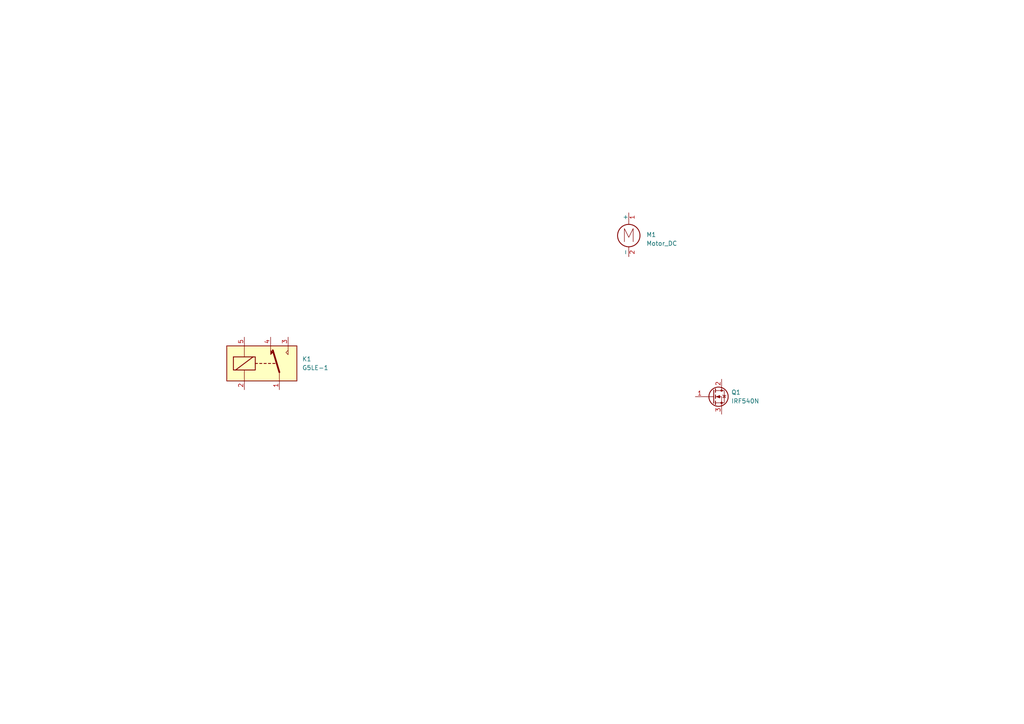
<source format=kicad_sch>
(kicad_sch (version 20211123) (generator eeschema)
  (paper "A4")
  (lib_symbols
    (symbol "Motor:Motor_DC" (pin_names (offset 0))
      (property "Reference" "M" (at 2.54 2.54 0))
      (property "Value" "Motor_DC" (at 2.54 -5.08 0))
      (symbol "Motor_DC_0_0"
        (polyline (pts (xy -1.27 -3.302) (xy -1.27 0.508) (xy 0 -2.032) (xy 1.27 0.508) (xy 1.27 -3.302)))
      )
      (symbol "Motor_DC_0_1"
        (circle (center 0 -1.524) (radius 3.2512) (stroke (width 0.254)))
        (polyline (pts (xy 0 -7.62) (xy 0 -7.112)))
        (polyline (pts (xy 0 -4.7752) (xy 0 -5.1816)))
        (polyline (pts (xy 0 1.7272) (xy 0 2.0828)))
        (polyline (pts (xy 0 2.032) (xy 0 2.54)))
      )
      (symbol "Motor_DC_1_1"
        (pin passive line (at 0 5.08 270) (length 2.54) (name "+") (number "1"))
        (pin passive line (at 0 -7.62 90) (length 2.54) (name "-") (number "2"))
      )
    )
    (symbol "Relay:G5LE-1"
      (property "Reference" "K" (at 11.43 3.81 0))
      (property "Value" "G5LE-1" (at 11.43 1.27 0))
      (symbol "G5LE-1_0_0"
        (polyline (pts (xy 7.62 5.08) (xy 7.62 2.54) (xy 6.985 3.175) (xy 7.62 3.81)))
      )
      (symbol "G5LE-1_0_1"
        (rectangle (start -10.16 5.08) (end 10.16 -5.08) (stroke (width 0.254)) (fill (type background)))
        (rectangle (start -8.255 1.905) (end -1.905 -1.905) (stroke (width 0.254)))
        (polyline (pts (xy -7.62 -1.905) (xy -2.54 1.905)) (stroke (width 0.254)))
        (polyline (pts (xy -5.08 -5.08) (xy -5.08 -1.905)))
        (polyline (pts (xy -5.08 5.08) (xy -5.08 1.905)))
        (polyline (pts (xy -1.905 0) (xy -1.27 0)) (stroke (width 0.254)))
        (polyline (pts (xy -0.635 0) (xy 0 0)) (stroke (width 0.254)))
        (polyline (pts (xy 0.635 0) (xy 1.27 0)) (stroke (width 0.254)))
        (polyline (pts (xy 1.905 0) (xy 2.54 0)) (stroke (width 0.254)))
        (polyline (pts (xy 3.175 0) (xy 3.81 0)) (stroke (width 0.254)))
        (polyline (pts (xy 5.08 -2.54) (xy 3.175 3.81)) (stroke (width 0.508)))
        (polyline (pts (xy 5.08 -2.54) (xy 5.08 -5.08)))
        (polyline (pts (xy 2.54 5.08) (xy 2.54 2.54) (xy 3.175 3.175) (xy 2.54 3.81)) (fill (type outline)))
      )
      (symbol "G5LE-1_1_1"
        (pin passive line (at 5.08 -7.62 90) (length 2.54) (name "~") (number "1"))
        (pin passive line (at -5.08 -7.62 90) (length 2.54) (name "~") (number "2"))
        (pin passive line (at 7.62 7.62 270) (length 2.54) (name "~") (number "3"))
        (pin passive line (at 2.54 7.62 270) (length 2.54) (name "~") (number "4"))
        (pin passive line (at -5.08 7.62 270) (length 2.54) (name "~") (number "5"))
      )
    )
    (symbol "Transistor_FET:IRF540N" (pin_names hide)
      (property "Reference" "Q" (at 6.35 1.905 0))
      (property "Value" "IRF540N" (at 6.35 0 0))
      (symbol "IRF540N_0_1"
        (polyline (pts (xy 0.254 0) (xy -2.54 0)))
        (polyline (pts (xy 0.254 1.905) (xy 0.254 -1.905)) (stroke (width 0.254)))
        (polyline (pts (xy 0.762 -1.27) (xy 0.762 -2.286)) (stroke (width 0.254)))
        (polyline (pts (xy 0.762 0.508) (xy 0.762 -0.508)) (stroke (width 0.254)))
        (polyline (pts (xy 0.762 2.286) (xy 0.762 1.27)) (stroke (width 0.254)))
        (polyline (pts (xy 2.54 2.54) (xy 2.54 1.778)))
        (polyline (pts (xy 2.54 -2.54) (xy 2.54 0) (xy 0.762 0)))
        (polyline (pts (xy 0.762 -1.778) (xy 3.302 -1.778) (xy 3.302 1.778) (xy 0.762 1.778)))
        (polyline (pts (xy 1.016 0) (xy 2.032 0.381) (xy 2.032 -0.381) (xy 1.016 0)) (fill (type outline)))
        (polyline (pts (xy 2.794 0.508) (xy 2.921 0.381) (xy 3.683 0.381) (xy 3.81 0.254)))
        (polyline (pts (xy 3.302 0.381) (xy 2.921 -0.254) (xy 3.683 -0.254) (xy 3.302 0.381)))
        (circle (center 1.651 0) (radius 2.794) (stroke (width 0.254)))
        (circle (center 2.54 -1.778) (radius 0.254) (fill (type outline)))
        (circle (center 2.54 1.778) (radius 0.254) (fill (type outline)))
      )
      (symbol "IRF540N_1_1"
        (pin input line (at -5.08 0 0) (length 2.54) (name "G") (number "1"))
        (pin passive line (at 2.54 5.08 270) (length 2.54) (name "D") (number "2"))
        (pin passive line (at 2.54 -5.08 90) (length 2.54) (name "S") (number "3"))
      )
    )
  )
  (symbol (lib_id "Transistor_FET:IRF540N") (at 206.756 115.062 0) (unit 1)
    (property "Reference" "Q1" (at 212.09 113.7919 0) (effects (justify left)))
    (property "Value" "IRF540N" (at 212.09 116.3319 0) (effects (justify left)))
    (property "Footprint" "Package_TO_SOT_THT:TO-220-3_Vertical" (effects hide))
    (property "Datasheet" "http://www.irf.com/product-info/datasheets/data/irf540n.pdf" (effects hide))
  )
  (symbol (lib_id "Motor:Motor_DC") (at 182.372 66.802 0) (unit 1)
    (property "Reference" "M1" (at 187.452 68.0719 0) (effects (justify left)))
    (property "Value" "Motor_DC" (at 187.452 70.6119 0) (effects (justify left)))
  )
  (symbol (lib_id "Relay:G5LE-1") (at 75.946 105.41 0) (unit 1)
    (property "Reference" "K1" (at 87.63 104.1399 0) (effects (justify left)))
    (property "Value" "G5LE-1" (at 87.63 106.6799 0) (effects (justify left)))
    (property "Footprint" "Relay_THT:Relay_SPDT_Omron-G5LE-1" (effects hide))
    (property "Datasheet" "http://www.omron.com/ecb/products/pdf/en-g5le.pdf" (effects hide))
  )
)
</source>
